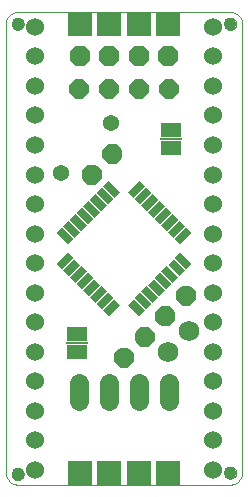
<source format=gbs>
G75*
G70*
%OFA0B0*%
%FSLAX24Y24*%
%IPPOS*%
%LPD*%
%AMOC8*
5,1,8,0,0,1.08239X$1,22.5*
%
%ADD10C,0.0000*%
%ADD11C,0.0434*%
%ADD12C,0.0600*%
%ADD13R,0.0540X0.0260*%
%ADD14R,0.0260X0.0540*%
%ADD15R,0.0670X0.0500*%
%ADD16R,0.0720X0.0060*%
%ADD17C,0.0640*%
%ADD18OC8,0.0634*%
%ADD19R,0.0827X0.0827*%
%ADD20C,0.0540*%
%ADD21C,0.0690*%
%ADD22OC8,0.0670*%
%ADD23C,0.0134*%
D10*
X000529Y001425D02*
X007615Y001425D01*
X007418Y001819D02*
X007420Y001846D01*
X007426Y001873D01*
X007435Y001899D01*
X007448Y001923D01*
X007464Y001946D01*
X007483Y001965D01*
X007505Y001982D01*
X007529Y001996D01*
X007554Y002006D01*
X007581Y002013D01*
X007608Y002016D01*
X007636Y002015D01*
X007663Y002010D01*
X007689Y002002D01*
X007713Y001990D01*
X007736Y001974D01*
X007757Y001956D01*
X007774Y001935D01*
X007789Y001911D01*
X007800Y001886D01*
X007808Y001860D01*
X007812Y001833D01*
X007812Y001805D01*
X007808Y001778D01*
X007800Y001752D01*
X007789Y001727D01*
X007774Y001703D01*
X007757Y001682D01*
X007736Y001664D01*
X007714Y001648D01*
X007689Y001636D01*
X007663Y001628D01*
X007636Y001623D01*
X007608Y001622D01*
X007581Y001625D01*
X007554Y001632D01*
X007529Y001642D01*
X007505Y001656D01*
X007483Y001673D01*
X007464Y001692D01*
X007448Y001715D01*
X007435Y001739D01*
X007426Y001765D01*
X007420Y001792D01*
X007418Y001819D01*
X007615Y001425D02*
X007654Y001427D01*
X007692Y001433D01*
X007729Y001442D01*
X007766Y001455D01*
X007801Y001472D01*
X007834Y001491D01*
X007865Y001514D01*
X007894Y001540D01*
X007920Y001569D01*
X007943Y001600D01*
X007962Y001633D01*
X007979Y001668D01*
X007992Y001705D01*
X008001Y001742D01*
X008007Y001780D01*
X008009Y001819D01*
X008009Y016780D01*
X007418Y016780D02*
X007420Y016807D01*
X007426Y016834D01*
X007435Y016860D01*
X007448Y016884D01*
X007464Y016907D01*
X007483Y016926D01*
X007505Y016943D01*
X007529Y016957D01*
X007554Y016967D01*
X007581Y016974D01*
X007608Y016977D01*
X007636Y016976D01*
X007663Y016971D01*
X007689Y016963D01*
X007713Y016951D01*
X007736Y016935D01*
X007757Y016917D01*
X007774Y016896D01*
X007789Y016872D01*
X007800Y016847D01*
X007808Y016821D01*
X007812Y016794D01*
X007812Y016766D01*
X007808Y016739D01*
X007800Y016713D01*
X007789Y016688D01*
X007774Y016664D01*
X007757Y016643D01*
X007736Y016625D01*
X007714Y016609D01*
X007689Y016597D01*
X007663Y016589D01*
X007636Y016584D01*
X007608Y016583D01*
X007581Y016586D01*
X007554Y016593D01*
X007529Y016603D01*
X007505Y016617D01*
X007483Y016634D01*
X007464Y016653D01*
X007448Y016676D01*
X007435Y016700D01*
X007426Y016726D01*
X007420Y016753D01*
X007418Y016780D01*
X007615Y017174D02*
X007654Y017172D01*
X007692Y017166D01*
X007729Y017157D01*
X007766Y017144D01*
X007801Y017127D01*
X007834Y017108D01*
X007865Y017085D01*
X007894Y017059D01*
X007920Y017030D01*
X007943Y016999D01*
X007962Y016966D01*
X007979Y016931D01*
X007992Y016894D01*
X008001Y016857D01*
X008007Y016819D01*
X008009Y016780D01*
X007615Y017173D02*
X000529Y017173D01*
X000332Y016780D02*
X000334Y016807D01*
X000340Y016834D01*
X000349Y016860D01*
X000362Y016884D01*
X000378Y016907D01*
X000397Y016926D01*
X000419Y016943D01*
X000443Y016957D01*
X000468Y016967D01*
X000495Y016974D01*
X000522Y016977D01*
X000550Y016976D01*
X000577Y016971D01*
X000603Y016963D01*
X000627Y016951D01*
X000650Y016935D01*
X000671Y016917D01*
X000688Y016896D01*
X000703Y016872D01*
X000714Y016847D01*
X000722Y016821D01*
X000726Y016794D01*
X000726Y016766D01*
X000722Y016739D01*
X000714Y016713D01*
X000703Y016688D01*
X000688Y016664D01*
X000671Y016643D01*
X000650Y016625D01*
X000628Y016609D01*
X000603Y016597D01*
X000577Y016589D01*
X000550Y016584D01*
X000522Y016583D01*
X000495Y016586D01*
X000468Y016593D01*
X000443Y016603D01*
X000419Y016617D01*
X000397Y016634D01*
X000378Y016653D01*
X000362Y016676D01*
X000349Y016700D01*
X000340Y016726D01*
X000334Y016753D01*
X000332Y016780D01*
X000135Y016780D02*
X000137Y016819D01*
X000143Y016857D01*
X000152Y016894D01*
X000165Y016931D01*
X000182Y016966D01*
X000201Y016999D01*
X000224Y017030D01*
X000250Y017059D01*
X000279Y017085D01*
X000310Y017108D01*
X000343Y017127D01*
X000378Y017144D01*
X000415Y017157D01*
X000452Y017166D01*
X000490Y017172D01*
X000529Y017174D01*
X000135Y016780D02*
X000135Y001819D01*
X000137Y001780D01*
X000143Y001742D01*
X000152Y001705D01*
X000165Y001668D01*
X000182Y001633D01*
X000201Y001600D01*
X000224Y001569D01*
X000250Y001540D01*
X000279Y001514D01*
X000310Y001491D01*
X000343Y001472D01*
X000378Y001455D01*
X000415Y001442D01*
X000452Y001433D01*
X000490Y001427D01*
X000529Y001425D01*
X000332Y001770D02*
X000334Y001797D01*
X000340Y001824D01*
X000349Y001850D01*
X000362Y001874D01*
X000378Y001897D01*
X000397Y001916D01*
X000419Y001933D01*
X000443Y001947D01*
X000468Y001957D01*
X000495Y001964D01*
X000522Y001967D01*
X000550Y001966D01*
X000577Y001961D01*
X000603Y001953D01*
X000627Y001941D01*
X000650Y001925D01*
X000671Y001907D01*
X000688Y001886D01*
X000703Y001862D01*
X000714Y001837D01*
X000722Y001811D01*
X000726Y001784D01*
X000726Y001756D01*
X000722Y001729D01*
X000714Y001703D01*
X000703Y001678D01*
X000688Y001654D01*
X000671Y001633D01*
X000650Y001615D01*
X000628Y001599D01*
X000603Y001587D01*
X000577Y001579D01*
X000550Y001574D01*
X000522Y001573D01*
X000495Y001576D01*
X000468Y001583D01*
X000443Y001593D01*
X000419Y001607D01*
X000397Y001624D01*
X000378Y001643D01*
X000362Y001666D01*
X000349Y001690D01*
X000340Y001716D01*
X000334Y001743D01*
X000332Y001770D01*
D11*
X000529Y001770D03*
X000529Y016780D03*
X007615Y016780D03*
X007615Y001819D03*
D12*
X007025Y001917D03*
X007025Y002902D03*
X007025Y003886D03*
X007025Y004870D03*
X007025Y005854D03*
X007025Y006839D03*
X007025Y007823D03*
X007025Y008807D03*
X007025Y009791D03*
X007025Y010776D03*
X007025Y011760D03*
X007025Y012744D03*
X007025Y013728D03*
X007025Y014713D03*
X007025Y015697D03*
X007025Y016681D03*
X001119Y016681D03*
X001119Y015697D03*
X001119Y014713D03*
X001119Y013728D03*
X001119Y012744D03*
X001119Y011760D03*
X001119Y010776D03*
X001119Y009791D03*
X001119Y008807D03*
X001119Y007823D03*
X001119Y006839D03*
X001119Y005854D03*
X001119Y004870D03*
X001119Y003886D03*
X001119Y002902D03*
X001119Y001917D03*
D13*
G36*
X004389Y007607D02*
X004769Y007227D01*
X004585Y007043D01*
X004205Y007423D01*
X004389Y007607D01*
G37*
G36*
X004612Y007829D02*
X004992Y007449D01*
X004808Y007265D01*
X004428Y007645D01*
X004612Y007829D01*
G37*
G36*
X004835Y008052D02*
X005215Y007672D01*
X005031Y007488D01*
X004651Y007868D01*
X004835Y008052D01*
G37*
G36*
X005058Y008275D02*
X005438Y007895D01*
X005254Y007711D01*
X004874Y008091D01*
X005058Y008275D01*
G37*
G36*
X005280Y008498D02*
X005660Y008118D01*
X005476Y007934D01*
X005096Y008314D01*
X005280Y008498D01*
G37*
G36*
X005503Y008720D02*
X005883Y008340D01*
X005699Y008156D01*
X005319Y008536D01*
X005503Y008720D01*
G37*
G36*
X005726Y008943D02*
X006106Y008563D01*
X005922Y008379D01*
X005542Y008759D01*
X005726Y008943D01*
G37*
G36*
X005948Y009166D02*
X006328Y008786D01*
X006144Y008602D01*
X005764Y008982D01*
X005948Y009166D01*
G37*
G36*
X003558Y011556D02*
X003938Y011176D01*
X003754Y010992D01*
X003374Y011372D01*
X003558Y011556D01*
G37*
G36*
X003336Y011333D02*
X003716Y010953D01*
X003532Y010769D01*
X003152Y011149D01*
X003336Y011333D01*
G37*
G36*
X003113Y011110D02*
X003493Y010730D01*
X003309Y010546D01*
X002929Y010926D01*
X003113Y011110D01*
G37*
G36*
X002890Y010888D02*
X003270Y010508D01*
X003086Y010324D01*
X002706Y010704D01*
X002890Y010888D01*
G37*
G36*
X002668Y010665D02*
X003048Y010285D01*
X002864Y010101D01*
X002484Y010481D01*
X002668Y010665D01*
G37*
G36*
X002445Y010442D02*
X002825Y010062D01*
X002641Y009878D01*
X002261Y010258D01*
X002445Y010442D01*
G37*
G36*
X002222Y010219D02*
X002602Y009839D01*
X002418Y009655D01*
X002038Y010035D01*
X002222Y010219D01*
G37*
G36*
X001999Y009997D02*
X002379Y009617D01*
X002195Y009433D01*
X001815Y009813D01*
X001999Y009997D01*
G37*
D14*
G36*
X002195Y009166D02*
X002379Y008982D01*
X001999Y008602D01*
X001815Y008786D01*
X002195Y009166D01*
G37*
G36*
X002418Y008943D02*
X002602Y008759D01*
X002222Y008379D01*
X002038Y008563D01*
X002418Y008943D01*
G37*
G36*
X002641Y008720D02*
X002825Y008536D01*
X002445Y008156D01*
X002261Y008340D01*
X002641Y008720D01*
G37*
G36*
X002864Y008498D02*
X003048Y008314D01*
X002668Y007934D01*
X002484Y008118D01*
X002864Y008498D01*
G37*
G36*
X003086Y008275D02*
X003270Y008091D01*
X002890Y007711D01*
X002706Y007895D01*
X003086Y008275D01*
G37*
G36*
X003309Y008052D02*
X003493Y007868D01*
X003113Y007488D01*
X002929Y007672D01*
X003309Y008052D01*
G37*
G36*
X003532Y007829D02*
X003716Y007645D01*
X003336Y007265D01*
X003152Y007449D01*
X003532Y007829D01*
G37*
G36*
X003754Y007607D02*
X003938Y007423D01*
X003558Y007043D01*
X003374Y007227D01*
X003754Y007607D01*
G37*
G36*
X005254Y010888D02*
X005438Y010704D01*
X005058Y010324D01*
X004874Y010508D01*
X005254Y010888D01*
G37*
G36*
X005031Y011110D02*
X005215Y010926D01*
X004835Y010546D01*
X004651Y010730D01*
X005031Y011110D01*
G37*
G36*
X004808Y011333D02*
X004992Y011149D01*
X004612Y010769D01*
X004428Y010953D01*
X004808Y011333D01*
G37*
G36*
X004585Y011556D02*
X004769Y011372D01*
X004389Y010992D01*
X004205Y011176D01*
X004585Y011556D01*
G37*
G36*
X005476Y010665D02*
X005660Y010481D01*
X005280Y010101D01*
X005096Y010285D01*
X005476Y010665D01*
G37*
G36*
X005699Y010442D02*
X005883Y010258D01*
X005503Y009878D01*
X005319Y010062D01*
X005699Y010442D01*
G37*
G36*
X005922Y010219D02*
X006106Y010035D01*
X005726Y009655D01*
X005542Y009839D01*
X005922Y010219D01*
G37*
G36*
X006144Y009997D02*
X006328Y009813D01*
X005948Y009433D01*
X005764Y009617D01*
X006144Y009997D01*
G37*
D15*
X005647Y012641D03*
X005647Y013241D03*
X002497Y006450D03*
X002497Y005850D03*
D16*
X002497Y006150D03*
X005647Y012941D03*
D17*
X005572Y004800D02*
X005572Y004200D01*
X004572Y004200D02*
X004572Y004800D01*
X003572Y004800D02*
X003572Y004200D01*
X002572Y004200D02*
X002572Y004800D01*
D18*
X002572Y014605D03*
X003572Y014605D03*
X004572Y014605D03*
X005572Y014605D03*
D19*
X005548Y016780D03*
X004564Y016780D03*
X003580Y016780D03*
X002596Y016780D03*
X002596Y001819D03*
X003580Y001819D03*
X004564Y001819D03*
X005548Y001819D03*
D20*
X001957Y011811D03*
X003628Y013481D03*
D21*
X006237Y006543D03*
X005530Y005836D03*
D22*
X005548Y015697D03*
X004564Y015697D03*
X003580Y015697D03*
X002596Y015697D03*
D23*
X003478Y012405D02*
X003411Y012338D01*
X003411Y012560D01*
X003567Y012716D01*
X003789Y012716D01*
X003945Y012560D01*
X003945Y012338D01*
X003789Y012182D01*
X003567Y012182D01*
X003411Y012338D01*
X003512Y012380D01*
X003512Y012518D01*
X003609Y012615D01*
X003747Y012615D01*
X003844Y012518D01*
X003844Y012380D01*
X003747Y012283D01*
X003609Y012283D01*
X003512Y012380D01*
X003612Y012421D01*
X003612Y012477D01*
X003650Y012515D01*
X003706Y012515D01*
X003744Y012477D01*
X003744Y012421D01*
X003706Y012383D01*
X003650Y012383D01*
X003612Y012421D01*
X002789Y011716D02*
X002722Y011649D01*
X002722Y011871D01*
X002878Y012027D01*
X003100Y012027D01*
X003256Y011871D01*
X003256Y011649D01*
X003100Y011493D01*
X002878Y011493D01*
X002722Y011649D01*
X002823Y011691D01*
X002823Y011829D01*
X002920Y011926D01*
X003058Y011926D01*
X003155Y011829D01*
X003155Y011691D01*
X003058Y011594D01*
X002920Y011594D01*
X002823Y011691D01*
X002923Y011732D01*
X002923Y011788D01*
X002961Y011826D01*
X003017Y011826D01*
X003055Y011788D01*
X003055Y011732D01*
X003017Y011694D01*
X002961Y011694D01*
X002923Y011732D01*
X004561Y006302D02*
X004494Y006235D01*
X004494Y006457D01*
X004650Y006613D01*
X004872Y006613D01*
X005028Y006457D01*
X005028Y006235D01*
X004872Y006079D01*
X004650Y006079D01*
X004494Y006235D01*
X004595Y006277D01*
X004595Y006415D01*
X004692Y006512D01*
X004830Y006512D01*
X004927Y006415D01*
X004927Y006277D01*
X004830Y006180D01*
X004692Y006180D01*
X004595Y006277D01*
X004695Y006318D01*
X004695Y006374D01*
X004733Y006412D01*
X004789Y006412D01*
X004827Y006374D01*
X004827Y006318D01*
X004789Y006280D01*
X004733Y006280D01*
X004695Y006318D01*
X003872Y005613D02*
X003805Y005546D01*
X003805Y005768D01*
X003961Y005924D01*
X004183Y005924D01*
X004339Y005768D01*
X004339Y005546D01*
X004183Y005390D01*
X003961Y005390D01*
X003805Y005546D01*
X003906Y005588D01*
X003906Y005726D01*
X004003Y005823D01*
X004141Y005823D01*
X004238Y005726D01*
X004238Y005588D01*
X004141Y005491D01*
X004003Y005491D01*
X003906Y005588D01*
X004006Y005629D01*
X004006Y005685D01*
X004044Y005723D01*
X004100Y005723D01*
X004138Y005685D01*
X004138Y005629D01*
X004100Y005591D01*
X004044Y005591D01*
X004006Y005629D01*
X005250Y006991D02*
X005183Y006924D01*
X005183Y007146D01*
X005339Y007302D01*
X005561Y007302D01*
X005717Y007146D01*
X005717Y006924D01*
X005561Y006768D01*
X005339Y006768D01*
X005183Y006924D01*
X005284Y006966D01*
X005284Y007104D01*
X005381Y007201D01*
X005519Y007201D01*
X005616Y007104D01*
X005616Y006966D01*
X005519Y006869D01*
X005381Y006869D01*
X005284Y006966D01*
X005384Y007007D01*
X005384Y007063D01*
X005422Y007101D01*
X005478Y007101D01*
X005516Y007063D01*
X005516Y007007D01*
X005478Y006969D01*
X005422Y006969D01*
X005384Y007007D01*
X005939Y007680D02*
X005872Y007613D01*
X005872Y007835D01*
X006028Y007991D01*
X006250Y007991D01*
X006406Y007835D01*
X006406Y007613D01*
X006250Y007457D01*
X006028Y007457D01*
X005872Y007613D01*
X005973Y007655D01*
X005973Y007793D01*
X006070Y007890D01*
X006208Y007890D01*
X006305Y007793D01*
X006305Y007655D01*
X006208Y007558D01*
X006070Y007558D01*
X005973Y007655D01*
X006073Y007696D01*
X006073Y007752D01*
X006111Y007790D01*
X006167Y007790D01*
X006205Y007752D01*
X006205Y007696D01*
X006167Y007658D01*
X006111Y007658D01*
X006073Y007696D01*
M02*

</source>
